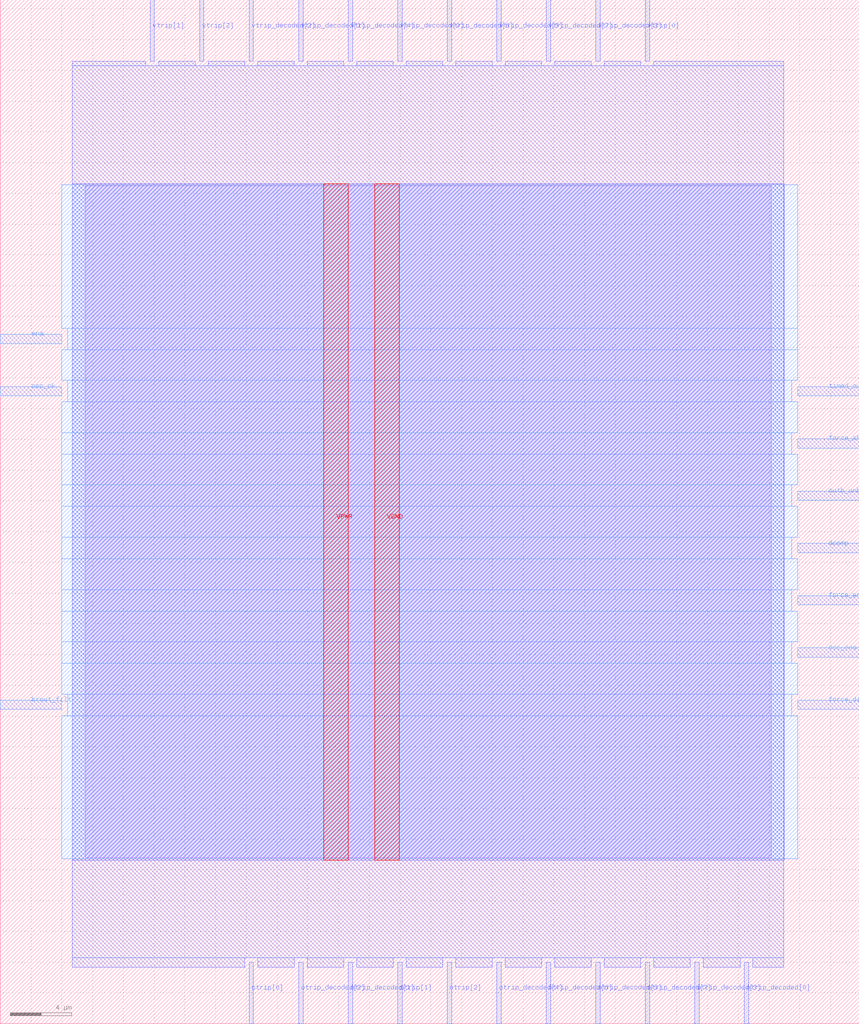
<source format=lef>
VERSION 5.7 ;
  NOWIREEXTENSIONATPIN ON ;
  DIVIDERCHAR "/" ;
  BUSBITCHARS "[]" ;
MACRO brownout_dig
  CLASS BLOCK ;
  FOREIGN brownout_dig ;
  ORIGIN 0.000 0.000 ;
  SIZE 55.865 BY 66.585 ;
  PIN VGND
    DIRECTION INOUT ;
    USE GROUND ;
    PORT
      LAYER met4 ;
        RECT 24.340 10.640 25.940 54.640 ;
    END
  END VGND
  PIN VPWR
    DIRECTION INOUT ;
    USE POWER ;
    PORT
      LAYER met4 ;
        RECT 21.040 10.640 22.640 54.640 ;
    END
  END VPWR
  PIN brout_filt
    DIRECTION INPUT ;
    USE SIGNAL ;
    ANTENNAGATEAREA 0.196500 ;
    PORT
      LAYER met3 ;
        RECT 0.000 20.440 4.000 21.040 ;
    END
  END brout_filt
  PIN dcomp
    DIRECTION INPUT ;
    USE SIGNAL ;
    ANTENNAGATEAREA 0.196500 ;
    PORT
      LAYER met3 ;
        RECT 51.865 30.640 55.865 31.240 ;
    END
  END dcomp
  PIN ena
    DIRECTION INPUT ;
    USE SIGNAL ;
    ANTENNAGATEAREA 0.213000 ;
    PORT
      LAYER met3 ;
        RECT 0.000 44.240 4.000 44.840 ;
    END
  END ena
  PIN force_dis_rc_osc
    DIRECTION INPUT ;
    USE SIGNAL ;
    ANTENNAGATEAREA 0.196500 ;
    PORT
      LAYER met3 ;
        RECT 51.865 20.440 55.865 21.040 ;
    END
  END force_dis_rc_osc
  PIN force_ena_rc_osc
    DIRECTION INPUT ;
    USE SIGNAL ;
    ANTENNAGATEAREA 0.196500 ;
    PORT
      LAYER met3 ;
        RECT 51.865 27.240 55.865 27.840 ;
    END
  END force_ena_rc_osc
  PIN force_short_oneshot
    DIRECTION INPUT ;
    USE SIGNAL ;
    ANTENNAGATEAREA 0.196500 ;
    PORT
      LAYER met3 ;
        RECT 51.865 37.440 55.865 38.040 ;
    END
  END force_short_oneshot
  PIN osc_ck
    DIRECTION INPUT ;
    USE SIGNAL ;
    ANTENNAGATEAREA 0.852000 ;
    PORT
      LAYER met3 ;
        RECT 0.000 40.840 4.000 41.440 ;
    END
  END osc_ck
  PIN osc_ena
    DIRECTION OUTPUT ;
    USE SIGNAL ;
    ANTENNADIFFAREA 0.445500 ;
    PORT
      LAYER met3 ;
        RECT 51.865 23.840 55.865 24.440 ;
    END
  END osc_ena
  PIN otrip[0]
    DIRECTION INPUT ;
    USE SIGNAL ;
    ANTENNAGATEAREA 0.126000 ;
    PORT
      LAYER met2 ;
        RECT 16.190 0.000 16.470 4.000 ;
    END
  END otrip[0]
  PIN otrip[1]
    DIRECTION INPUT ;
    USE SIGNAL ;
    ANTENNAGATEAREA 0.126000 ;
    PORT
      LAYER met2 ;
        RECT 25.850 0.000 26.130 4.000 ;
    END
  END otrip[1]
  PIN otrip[2]
    DIRECTION INPUT ;
    USE SIGNAL ;
    ANTENNAGATEAREA 0.126000 ;
    PORT
      LAYER met2 ;
        RECT 29.070 0.000 29.350 4.000 ;
    END
  END otrip[2]
  PIN otrip_decoded[0]
    DIRECTION OUTPUT ;
    USE SIGNAL ;
    ANTENNADIFFAREA 0.445500 ;
    PORT
      LAYER met2 ;
        RECT 48.390 0.000 48.670 4.000 ;
    END
  END otrip_decoded[0]
  PIN otrip_decoded[1]
    DIRECTION OUTPUT ;
    USE SIGNAL ;
    ANTENNADIFFAREA 0.445500 ;
    PORT
      LAYER met2 ;
        RECT 22.630 0.000 22.910 4.000 ;
    END
  END otrip_decoded[1]
  PIN otrip_decoded[2]
    DIRECTION OUTPUT ;
    USE SIGNAL ;
    ANTENNADIFFAREA 0.445500 ;
    PORT
      LAYER met2 ;
        RECT 19.410 0.000 19.690 4.000 ;
    END
  END otrip_decoded[2]
  PIN otrip_decoded[3]
    DIRECTION OUTPUT ;
    USE SIGNAL ;
    ANTENNADIFFAREA 0.445500 ;
    PORT
      LAYER met2 ;
        RECT 45.170 0.000 45.450 4.000 ;
    END
  END otrip_decoded[3]
  PIN otrip_decoded[4]
    DIRECTION OUTPUT ;
    USE SIGNAL ;
    ANTENNADIFFAREA 0.445500 ;
    PORT
      LAYER met2 ;
        RECT 32.290 0.000 32.570 4.000 ;
    END
  END otrip_decoded[4]
  PIN otrip_decoded[5]
    DIRECTION OUTPUT ;
    USE SIGNAL ;
    ANTENNADIFFAREA 0.445500 ;
    PORT
      LAYER met2 ;
        RECT 38.730 0.000 39.010 4.000 ;
    END
  END otrip_decoded[5]
  PIN otrip_decoded[6]
    DIRECTION OUTPUT ;
    USE SIGNAL ;
    ANTENNADIFFAREA 0.445500 ;
    PORT
      LAYER met2 ;
        RECT 35.510 0.000 35.790 4.000 ;
    END
  END otrip_decoded[6]
  PIN otrip_decoded[7]
    DIRECTION OUTPUT ;
    USE SIGNAL ;
    ANTENNADIFFAREA 0.445500 ;
    PORT
      LAYER met2 ;
        RECT 41.950 0.000 42.230 4.000 ;
    END
  END otrip_decoded[7]
  PIN outb_unbuf
    DIRECTION OUTPUT ;
    USE SIGNAL ;
    ANTENNADIFFAREA 0.445500 ;
    PORT
      LAYER met3 ;
        RECT 51.865 34.040 55.865 34.640 ;
    END
  END outb_unbuf
  PIN timed_out
    DIRECTION OUTPUT ;
    USE SIGNAL ;
    ANTENNADIFFAREA 0.445500 ;
    PORT
      LAYER met3 ;
        RECT 51.865 40.840 55.865 41.440 ;
    END
  END timed_out
  PIN vtrip[0]
    DIRECTION INPUT ;
    USE SIGNAL ;
    ANTENNAGATEAREA 0.126000 ;
    PORT
      LAYER met2 ;
        RECT 41.950 62.585 42.230 66.585 ;
    END
  END vtrip[0]
  PIN vtrip[1]
    DIRECTION INPUT ;
    USE SIGNAL ;
    ANTENNAGATEAREA 0.126000 ;
    PORT
      LAYER met2 ;
        RECT 9.750 62.585 10.030 66.585 ;
    END
  END vtrip[1]
  PIN vtrip[2]
    DIRECTION INPUT ;
    USE SIGNAL ;
    ANTENNAGATEAREA 0.126000 ;
    PORT
      LAYER met2 ;
        RECT 12.970 62.585 13.250 66.585 ;
    END
  END vtrip[2]
  PIN vtrip_decoded[0]
    DIRECTION OUTPUT ;
    USE SIGNAL ;
    ANTENNADIFFAREA 0.795200 ;
    PORT
      LAYER met2 ;
        RECT 25.850 62.585 26.130 66.585 ;
    END
  END vtrip_decoded[0]
  PIN vtrip_decoded[1]
    DIRECTION OUTPUT ;
    USE SIGNAL ;
    ANTENNADIFFAREA 0.795200 ;
    PORT
      LAYER met2 ;
        RECT 19.410 62.585 19.690 66.585 ;
    END
  END vtrip_decoded[1]
  PIN vtrip_decoded[2]
    DIRECTION OUTPUT ;
    USE SIGNAL ;
    ANTENNADIFFAREA 0.795200 ;
    PORT
      LAYER met2 ;
        RECT 16.190 62.585 16.470 66.585 ;
    END
  END vtrip_decoded[2]
  PIN vtrip_decoded[3]
    DIRECTION OUTPUT ;
    USE SIGNAL ;
    ANTENNADIFFAREA 0.795200 ;
    PORT
      LAYER met2 ;
        RECT 38.730 62.585 39.010 66.585 ;
    END
  END vtrip_decoded[3]
  PIN vtrip_decoded[4]
    DIRECTION OUTPUT ;
    USE SIGNAL ;
    ANTENNADIFFAREA 0.795200 ;
    PORT
      LAYER met2 ;
        RECT 22.630 62.585 22.910 66.585 ;
    END
  END vtrip_decoded[4]
  PIN vtrip_decoded[5]
    DIRECTION OUTPUT ;
    USE SIGNAL ;
    ANTENNADIFFAREA 0.795200 ;
    PORT
      LAYER met2 ;
        RECT 32.290 62.585 32.570 66.585 ;
    END
  END vtrip_decoded[5]
  PIN vtrip_decoded[6]
    DIRECTION OUTPUT ;
    USE SIGNAL ;
    ANTENNADIFFAREA 0.795200 ;
    PORT
      LAYER met2 ;
        RECT 29.070 62.585 29.350 66.585 ;
    END
  END vtrip_decoded[6]
  PIN vtrip_decoded[7]
    DIRECTION OUTPUT ;
    USE SIGNAL ;
    ANTENNADIFFAREA 0.795200 ;
    PORT
      LAYER met2 ;
        RECT 35.510 62.585 35.790 66.585 ;
    END
  END vtrip_decoded[7]
  OBS
      LAYER li1 ;
        RECT 5.520 10.795 50.140 54.485 ;
      LAYER met1 ;
        RECT 4.670 10.640 50.990 54.640 ;
      LAYER met2 ;
        RECT 4.690 62.305 9.470 62.585 ;
        RECT 10.310 62.305 12.690 62.585 ;
        RECT 13.530 62.305 15.910 62.585 ;
        RECT 16.750 62.305 19.130 62.585 ;
        RECT 19.970 62.305 22.350 62.585 ;
        RECT 23.190 62.305 25.570 62.585 ;
        RECT 26.410 62.305 28.790 62.585 ;
        RECT 29.630 62.305 32.010 62.585 ;
        RECT 32.850 62.305 35.230 62.585 ;
        RECT 36.070 62.305 38.450 62.585 ;
        RECT 39.290 62.305 41.670 62.585 ;
        RECT 42.510 62.305 50.970 62.585 ;
        RECT 4.690 4.280 50.970 62.305 ;
        RECT 4.690 3.670 15.910 4.280 ;
        RECT 16.750 3.670 19.130 4.280 ;
        RECT 19.970 3.670 22.350 4.280 ;
        RECT 23.190 3.670 25.570 4.280 ;
        RECT 26.410 3.670 28.790 4.280 ;
        RECT 29.630 3.670 32.010 4.280 ;
        RECT 32.850 3.670 35.230 4.280 ;
        RECT 36.070 3.670 38.450 4.280 ;
        RECT 39.290 3.670 41.670 4.280 ;
        RECT 42.510 3.670 44.890 4.280 ;
        RECT 45.730 3.670 48.110 4.280 ;
        RECT 48.950 3.670 50.970 4.280 ;
      LAYER met3 ;
        RECT 4.000 45.240 51.865 54.565 ;
        RECT 4.400 43.840 51.865 45.240 ;
        RECT 4.000 41.840 51.865 43.840 ;
        RECT 4.400 40.440 51.465 41.840 ;
        RECT 4.000 38.440 51.865 40.440 ;
        RECT 4.000 37.040 51.465 38.440 ;
        RECT 4.000 35.040 51.865 37.040 ;
        RECT 4.000 33.640 51.465 35.040 ;
        RECT 4.000 31.640 51.865 33.640 ;
        RECT 4.000 30.240 51.465 31.640 ;
        RECT 4.000 28.240 51.865 30.240 ;
        RECT 4.000 26.840 51.465 28.240 ;
        RECT 4.000 24.840 51.865 26.840 ;
        RECT 4.000 23.440 51.465 24.840 ;
        RECT 4.000 21.440 51.865 23.440 ;
        RECT 4.400 20.040 51.465 21.440 ;
        RECT 4.000 10.715 51.865 20.040 ;
  END
END brownout_dig
END LIBRARY


</source>
